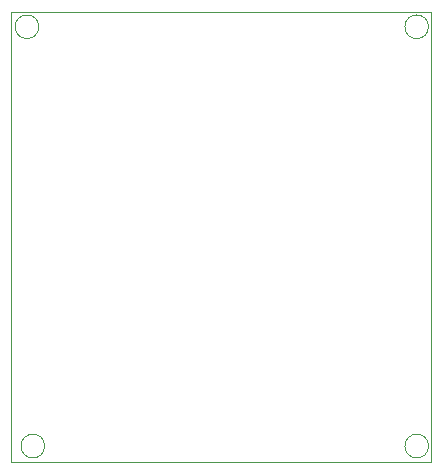
<source format=gbr>
%TF.GenerationSoftware,KiCad,Pcbnew,8.0.1*%
%TF.CreationDate,2024-03-30T16:35:57+02:00*%
%TF.ProjectId,Design PCB assignment,44657369-676e-4205-9043-422061737369,rev?*%
%TF.SameCoordinates,Original*%
%TF.FileFunction,Profile,NP*%
%FSLAX46Y46*%
G04 Gerber Fmt 4.6, Leading zero omitted, Abs format (unit mm)*
G04 Created by KiCad (PCBNEW 8.0.1) date 2024-03-30 16:35:57*
%MOMM*%
%LPD*%
G01*
G04 APERTURE LIST*
%TA.AperFunction,Profile*%
%ADD10C,0.100000*%
%TD*%
G04 APERTURE END LIST*
D10*
X76000000Y-49500000D02*
G75*
G02*
X74000000Y-49500000I-1000000J0D01*
G01*
X74000000Y-49500000D02*
G75*
G02*
X76000000Y-49500000I1000000J0D01*
G01*
X109000000Y-49500000D02*
G75*
G02*
X107000000Y-49500000I-1000000J0D01*
G01*
X107000000Y-49500000D02*
G75*
G02*
X109000000Y-49500000I1000000J0D01*
G01*
X76500000Y-85000000D02*
G75*
G02*
X74500000Y-85000000I-1000000J0D01*
G01*
X74500000Y-85000000D02*
G75*
G02*
X76500000Y-85000000I1000000J0D01*
G01*
X109000000Y-85000000D02*
G75*
G02*
X107000000Y-85000000I-1000000J0D01*
G01*
X107000000Y-85000000D02*
G75*
G02*
X109000000Y-85000000I1000000J0D01*
G01*
X73660000Y-48260000D02*
X109220000Y-48260000D01*
X109220000Y-86360000D01*
X73660000Y-86360000D01*
X73660000Y-48260000D01*
M02*

</source>
